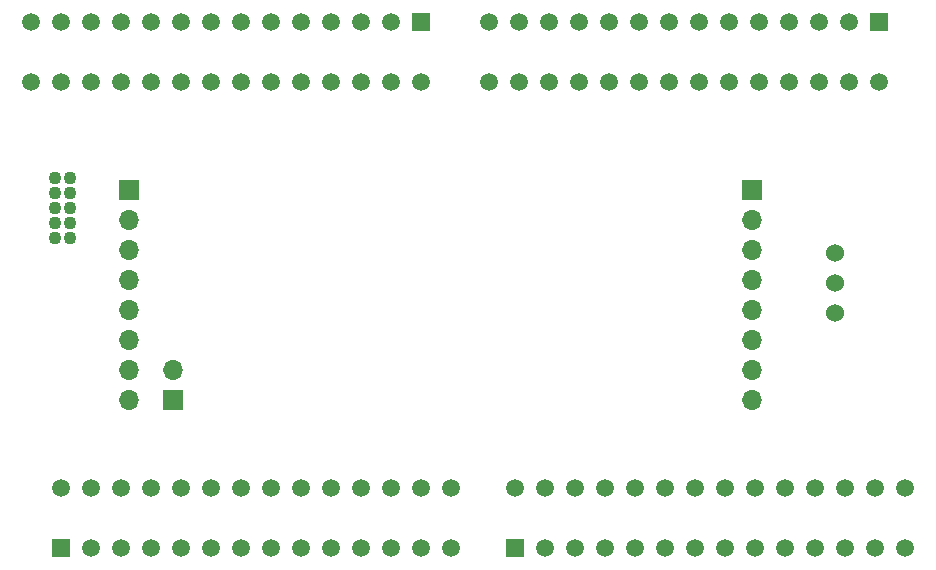
<source format=gbr>
%TF.GenerationSoftware,KiCad,Pcbnew,7.0.1*%
%TF.CreationDate,2024-05-04T11:14:46+02:00*%
%TF.ProjectId,VMU,564d552e-6b69-4636-9164-5f7063625858,rev?*%
%TF.SameCoordinates,Original*%
%TF.FileFunction,Soldermask,Bot*%
%TF.FilePolarity,Negative*%
%FSLAX46Y46*%
G04 Gerber Fmt 4.6, Leading zero omitted, Abs format (unit mm)*
G04 Created by KiCad (PCBNEW 7.0.1) date 2024-05-04 11:14:46*
%MOMM*%
%LPD*%
G01*
G04 APERTURE LIST*
%ADD10C,1.100000*%
%ADD11R,1.500000X1.500000*%
%ADD12C,1.500000*%
%ADD13R,1.700000X1.700000*%
%ADD14O,1.700000X1.700000*%
%ADD15C,1.524000*%
G04 APERTURE END LIST*
D10*
%TO.C,J8*%
X94480000Y-93250000D03*
X95750000Y-93250000D03*
X94480000Y-94520000D03*
X95750000Y-94520000D03*
X94480000Y-95790000D03*
X95750000Y-95790000D03*
X94480000Y-97060000D03*
X95750000Y-97060000D03*
X94480000Y-98330000D03*
X95750000Y-98330000D03*
%TD*%
D11*
%TO.C,J2*%
X164250000Y-80000000D03*
D12*
X164250000Y-85080000D03*
X161710000Y-80000000D03*
X161710000Y-85080000D03*
X159170000Y-80000000D03*
X159170000Y-85080000D03*
X156630000Y-80000000D03*
X156630000Y-85080000D03*
X154090000Y-80000000D03*
X154090000Y-85080000D03*
X151550000Y-80000000D03*
X151550000Y-85080000D03*
X149010000Y-80000000D03*
X149010000Y-85080000D03*
X146470000Y-80000000D03*
X146470000Y-85080000D03*
X143930000Y-80000000D03*
X143930000Y-85080000D03*
X141390000Y-80000000D03*
X141390000Y-85080000D03*
X138850000Y-80000000D03*
X138850000Y-85080000D03*
X136310000Y-80000000D03*
X136310000Y-85080000D03*
X133770000Y-80000000D03*
X133770000Y-85080000D03*
X131230000Y-80000000D03*
X131230000Y-85080000D03*
%TD*%
D13*
%TO.C,J5*%
X104500000Y-112025000D03*
D14*
X104500000Y-109485000D03*
%TD*%
D11*
%TO.C,J1*%
X125520000Y-80000000D03*
D12*
X125520000Y-85080000D03*
X122980000Y-80000000D03*
X122980000Y-85080000D03*
X120440000Y-80000000D03*
X120440000Y-85080000D03*
X117900000Y-80000000D03*
X117900000Y-85080000D03*
X115360000Y-80000000D03*
X115360000Y-85080000D03*
X112820000Y-80000000D03*
X112820000Y-85080000D03*
X110280000Y-80000000D03*
X110280000Y-85080000D03*
X107740000Y-80000000D03*
X107740000Y-85080000D03*
X105200000Y-80000000D03*
X105200000Y-85080000D03*
X102660000Y-80000000D03*
X102660000Y-85080000D03*
X100120000Y-80000000D03*
X100120000Y-85080000D03*
X97580000Y-80000000D03*
X97580000Y-85080000D03*
X95040000Y-80000000D03*
X95040000Y-85080000D03*
X92500000Y-80000000D03*
X92500000Y-85080000D03*
%TD*%
D14*
%TO.C,J3*%
X100750000Y-112030000D03*
X100750000Y-109490000D03*
X100750000Y-106950000D03*
X100750000Y-104410000D03*
X100750000Y-101870000D03*
X100750000Y-99330000D03*
X100750000Y-96790000D03*
D13*
X100750000Y-94250000D03*
%TD*%
D11*
%TO.C,J6*%
X133480000Y-124500000D03*
D12*
X133480000Y-119420000D03*
X136020000Y-124500000D03*
X136020000Y-119420000D03*
X138560000Y-124500000D03*
X138560000Y-119420000D03*
X141100000Y-124500000D03*
X141100000Y-119420000D03*
X143640000Y-124500000D03*
X143640000Y-119420000D03*
X146180000Y-124500000D03*
X146180000Y-119420000D03*
X148720000Y-124500000D03*
X148720000Y-119420000D03*
X151260000Y-124500000D03*
X151260000Y-119420000D03*
X153800000Y-124500000D03*
X153800000Y-119420000D03*
X156340000Y-124500000D03*
X156340000Y-119420000D03*
X158880000Y-124500000D03*
X158880000Y-119420000D03*
X161420000Y-124500000D03*
X161420000Y-119420000D03*
X163960000Y-124500000D03*
X163960000Y-119420000D03*
X166500000Y-124500000D03*
X166500000Y-119420000D03*
%TD*%
D13*
%TO.C,J4*%
X153500000Y-94250000D03*
D14*
X153500000Y-96790000D03*
X153500000Y-99330000D03*
X153500000Y-101870000D03*
X153500000Y-104410000D03*
X153500000Y-106950000D03*
X153500000Y-109490000D03*
X153500000Y-112030000D03*
%TD*%
D11*
%TO.C,J7*%
X95000000Y-124500000D03*
D12*
X95000000Y-119420000D03*
X97540000Y-124500000D03*
X97540000Y-119420000D03*
X100080000Y-124500000D03*
X100080000Y-119420000D03*
X102620000Y-124500000D03*
X102620000Y-119420000D03*
X105160000Y-124500000D03*
X105160000Y-119420000D03*
X107700000Y-124500000D03*
X107700000Y-119420000D03*
X110240000Y-124500000D03*
X110240000Y-119420000D03*
X112780000Y-124500000D03*
X112780000Y-119420000D03*
X115320000Y-124500000D03*
X115320000Y-119420000D03*
X117860000Y-124500000D03*
X117860000Y-119420000D03*
X120400000Y-124500000D03*
X120400000Y-119420000D03*
X122940000Y-124500000D03*
X122940000Y-119420000D03*
X125480000Y-124500000D03*
X125480000Y-119420000D03*
X128020000Y-124500000D03*
X128020000Y-119420000D03*
%TD*%
D15*
%TO.C,VR1*%
X160587500Y-99547500D03*
X160587500Y-102087500D03*
X160587500Y-104627500D03*
%TD*%
M02*

</source>
